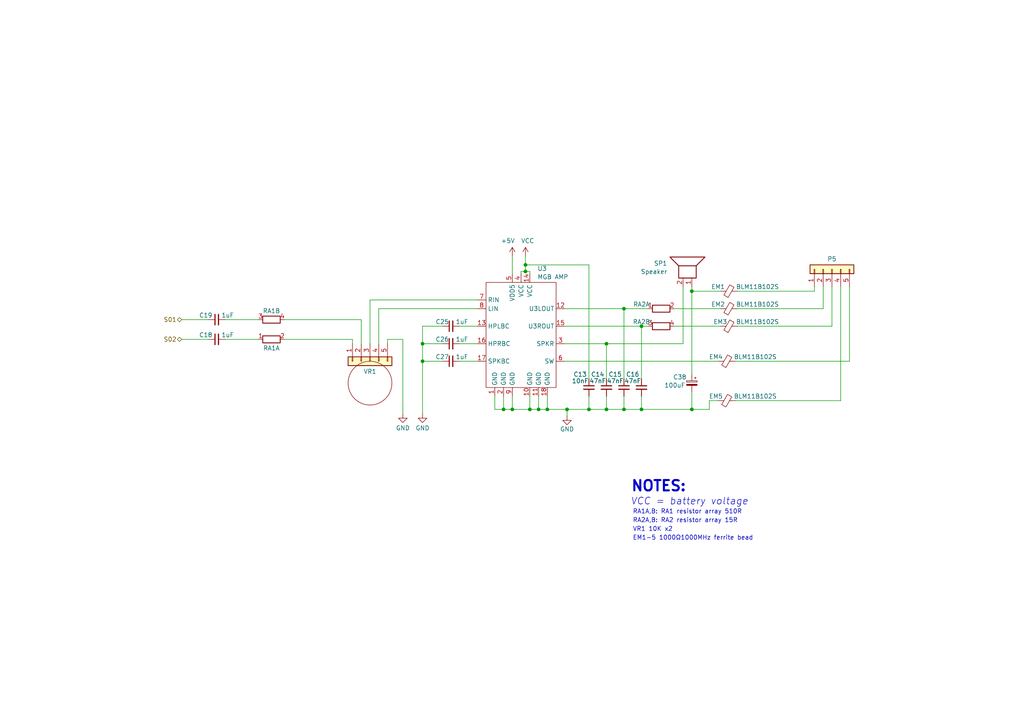
<source format=kicad_sch>
(kicad_sch (version 20230121) (generator eeschema)
  (paper "A4")
  (title_block (title "CGB Reverse Engineer") (company "NatalieTheNerd.com"))
  (lib_symbols
    (symbol "CGB:MGB_AMP"
      (property "Reference" "U" (at 0 -10.16 0))
      (property "Value" "MGB AMP" (at 0 -12.7 0))
      (symbol "MGB_AMP_0_0"
        (pin unspecified line (at -7.62 -35.56 90) (length 2.54) (name "GND") (number "1"))
        (pin unspecified line (at 2.54 -35.56 90) (length 2.54) (name "GND") (number "10"))
        (pin unspecified line (at 5.08 -35.56 90) (length 2.54) (name "GND") (number "11"))
        (pin unspecified line (at 12.7 -10.16 180) (length 2.54) (name "U3LOUT") (number "12"))
        (pin unspecified line (at -12.7 -15.24 0) (length 2.54) (name "HPLBC") (number "13"))
        (pin unspecified line (at 2.54 0 270) (length 2.54) (name "VCC") (number "14"))
        (pin unspecified line (at 12.7 -15.24 180) (length 2.54) (name "U3ROUT") (number "15"))
        (pin unspecified line (at -12.7 -20.32 0) (length 2.54) (name "HPRBC") (number "16"))
        (pin unspecified line (at -12.7 -25.4 0) (length 2.54) (name "SPKBC") (number "17"))
        (pin unspecified line (at 7.62 -35.56 90) (length 2.54) (name "GND") (number "18"))
        (pin unspecified line (at -5.08 -35.56 90) (length 2.54) (name "GND") (number "2"))
        (pin unspecified line (at 12.7 -20.32 180) (length 2.54) (name "SPKR") (number "3"))
        (pin unspecified line (at 0 0 270) (length 2.54) (name "VCC") (number "4"))
        (pin unspecified line (at -2.54 0 270) (length 2.54) (name "VDD5") (number "5"))
        (pin unspecified line (at 12.7 -25.4 180) (length 2.54) (name "SW") (number "6"))
        (pin unspecified line (at -12.7 -7.62 0) (length 2.54) (name "RIN") (number "7"))
        (pin unspecified line (at -12.7 -10.16 0) (length 2.54) (name "LIN") (number "8"))
        (pin unspecified line (at -2.54 -35.56 90) (length 2.54) (name "GND") (number "9"))
      )
      (symbol "MGB_AMP_0_1"
        (rectangle (start -10.16 -2.54) (end 10.16 -33.02))
      )
    )
    (symbol "Conn_01x05_1" (pin_names (offset 1.016) hide)
      (property "Reference" "VR1" (at 2.9901 0 90))
      (symbol "Conn_01x05_1_0_1"
        (circle (center 6.35 0) (radius 6.35))
      )
      (symbol "Conn_01x05_1_1_1"
        (rectangle (start -1.27 -4.953) (end 0 -5.207) (stroke (width 0.1524)))
        (rectangle (start -1.27 -2.413) (end 0 -2.667) (stroke (width 0.1524)))
        (rectangle (start -1.27 0.127) (end 0 -0.127) (stroke (width 0.1524)))
        (rectangle (start -1.27 2.667) (end 0 2.413) (stroke (width 0.1524)))
        (rectangle (start -1.27 5.207) (end 0 4.953) (stroke (width 0.1524)))
        (rectangle (start -1.27 6.35) (end 1.27 -6.35) (stroke (width 0.254)) (fill (type background)))
        (pin passive line (at -5.08 5.08 0) (length 3.81) (name "Pin_1") (number "1"))
        (pin passive line (at -5.08 2.54 0) (length 3.81) (name "Pin_2") (number "2"))
        (pin passive line (at -5.08 0 0) (length 3.81) (name "Pin_3") (number "3"))
        (pin passive line (at -5.08 -2.54 0) (length 3.81) (name "Pin_4") (number "4"))
        (pin passive line (at -5.08 -5.08 0) (length 3.81) (name "Pin_5") (number "5"))
      )
    )
    (symbol "Connector_Generic:Conn_01x05" (pin_names (offset 1.016) hide)
      (property "Reference" "J" (at 0 7.62 0))
      (property "Value" "Conn_01x05" (at 0 -7.62 0))
      (symbol "Conn_01x05_1_1"
        (rectangle (start -1.27 -4.953) (end 0 -5.207) (stroke (width 0.1524)))
        (rectangle (start -1.27 -2.413) (end 0 -2.667) (stroke (width 0.1524)))
        (rectangle (start -1.27 0.127) (end 0 -0.127) (stroke (width 0.1524)))
        (rectangle (start -1.27 2.667) (end 0 2.413) (stroke (width 0.1524)))
        (rectangle (start -1.27 5.207) (end 0 4.953) (stroke (width 0.1524)))
        (rectangle (start -1.27 6.35) (end 1.27 -6.35) (stroke (width 0.254)) (fill (type background)))
        (pin passive line (at -5.08 5.08 0) (length 3.81) (name "Pin_1") (number "1"))
        (pin passive line (at -5.08 2.54 0) (length 3.81) (name "Pin_2") (number "2"))
        (pin passive line (at -5.08 0 0) (length 3.81) (name "Pin_3") (number "3"))
        (pin passive line (at -5.08 -2.54 0) (length 3.81) (name "Pin_4") (number "4"))
        (pin passive line (at -5.08 -5.08 0) (length 3.81) (name "Pin_5") (number "5"))
      )
    )
    (symbol "Device:C_Polarized_Small" (pin_numbers hide) (pin_names (offset 0.254) hide)
      (property "Reference" "C" (at 0.254 1.778 0))
      (property "Value" "C_Polarized_Small" (at 0.254 -2.032 0))
      (symbol "C_Polarized_Small_0_1"
        (rectangle (start -1.524 -0.3048) (end 1.524 -0.6858) (fill (type outline)))
        (rectangle (start -1.524 0.6858) (end 1.524 0.3048))
        (polyline (pts (xy -1.27 1.524) (xy -0.762 1.524)))
        (polyline (pts (xy -1.016 1.27) (xy -1.016 1.778)))
      )
      (symbol "C_Polarized_Small_1_1"
        (pin passive line (at 0 2.54 270) (length 1.8542) (name "~") (number "1"))
        (pin passive line (at 0 -2.54 90) (length 1.8542) (name "~") (number "2"))
      )
    )
    (symbol "Device:C_Small" (pin_numbers hide) (pin_names (offset 0.254) hide)
      (property "Reference" "C" (at 0.254 1.778 0))
      (property "Value" "C_Small" (at 0.254 -2.032 0))
      (symbol "C_Small_0_1"
        (polyline (pts (xy -1.524 -0.508) (xy 1.524 -0.508)) (stroke (width 0.3302)))
        (polyline (pts (xy -1.524 0.508) (xy 1.524 0.508)) (stroke (width 0.3048)))
      )
      (symbol "C_Small_1_1"
        (pin passive line (at 0 2.54 270) (length 2.032) (name "~") (number "1"))
        (pin passive line (at 0 -2.54 90) (length 2.032) (name "~") (number "2"))
      )
    )
    (symbol "Device:FerriteBead_Small" (pin_numbers hide) (pin_names (offset 0))
      (property "Reference" "FB" (at 1.905 1.27 0))
      (property "Value" "FerriteBead_Small" (at 1.905 -1.27 0))
      (symbol "FerriteBead_Small_0_1"
        (polyline (pts (xy 0 -1.27) (xy 0 -0.7874)))
        (polyline (pts (xy 0 0.889) (xy 0 1.2954)))
        (polyline (pts (xy -1.8288 0.2794) (xy -1.1176 1.4986) (xy 1.8288 -0.2032) (xy 1.1176 -1.4224) (xy -1.8288 0.2794)))
      )
      (symbol "FerriteBead_Small_1_1"
        (pin passive line (at 0 2.54 270) (length 1.27) (name "~") (number "1"))
        (pin passive line (at 0 -2.54 90) (length 1.27) (name "~") (number "2"))
      )
    )
    (symbol "Device:R_Pack02_SIP_Split" (pin_names (offset 0) hide)
      (property "Reference" "RN" (at 2.032 0 90))
      (property "Value" "R_Pack02_SIP_Split" (at 0 0 90))
      (symbol "R_Pack02_SIP_Split_0_1"
        (rectangle (start 1.016 2.54) (end -1.016 -2.54) (stroke (width 0.254)))
      )
      (symbol "R_Pack02_SIP_Split_1_1"
        (pin passive line (at 0 -3.81 90) (length 1.27) (name "R1.1") (number "1"))
        (pin passive line (at 0 3.81 270) (length 1.27) (name "R1.2") (number "2"))
      )
      (symbol "R_Pack02_SIP_Split_2_1"
        (pin passive line (at 0 -3.81 90) (length 1.27) (name "R2.1") (number "3"))
        (pin passive line (at 0 3.81 270) (length 1.27) (name "R2.2") (number "4"))
      )
    )
    (symbol "Device:Speaker" (pin_names (offset 0) hide)
      (property "Reference" "LS" (at 1.27 5.715 0))
      (property "Value" "Speaker" (at 1.27 3.81 0))
      (symbol "Speaker_0_0"
        (rectangle (start -2.54 1.27) (end 1.016 -3.81) (stroke (width 0.254)))
        (polyline (pts (xy 1.016 1.27) (xy 3.556 3.81) (xy 3.556 -6.35) (xy 1.016 -3.81)) (stroke (width 0.254)))
      )
      (symbol "Speaker_1_1"
        (pin input line (at -5.08 0 0) (length 2.54) (name "1") (number "1"))
        (pin input line (at -5.08 -2.54 0) (length 2.54) (name "2") (number "2"))
      )
    )
    (symbol "power:+5V" (power) (pin_names (offset 0))
      (property "Value" "+5V" (at 0 3.556 0))
      (symbol "+5V_0_1"
        (polyline (pts (xy -0.762 1.27) (xy 0 2.54)))
        (polyline (pts (xy 0 0) (xy 0 2.54)))
        (polyline (pts (xy 0 2.54) (xy 0.762 1.27)))
      )
      (symbol "+5V_1_1"
        (pin power_in line (at 0 0 90) (length 0) hide (name "+5V") (number "1"))
      )
    )
    (symbol "power:GND" (power) (pin_names (offset 0))
      (property "Value" "GND" (at 0 -3.81 0))
      (symbol "GND_0_1"
        (polyline (pts (xy 0 0) (xy 0 -1.27) (xy 1.27 -1.27) (xy 0 -2.54) (xy -1.27 -1.27) (xy 0 -1.27)))
      )
      (symbol "GND_1_1"
        (pin power_in line (at 0 0 270) (length 0) hide (name "GND") (number "1"))
      )
    )
    (symbol "power:VCC" (power) (pin_names (offset 0))
      (property "Value" "VCC" (at 0 3.81 0))
      (symbol "VCC_0_1"
        (polyline (pts (xy -0.762 1.27) (xy 0 2.54)))
        (polyline (pts (xy 0 0) (xy 0 2.54)))
        (polyline (pts (xy 0 2.54) (xy 0.762 1.27)))
      )
      (symbol "VCC_1_1"
        (pin power_in line (at 0 0 90) (length 0) hide (name "VCC") (number "1"))
      )
    )
  )
  (junction (at 164.465 118.745))
  (junction (at 146.05 118.745))
  (junction (at 200.66 84.455))
  (junction (at 152.4 78.74))
  (junction (at 186.055 94.615))
  (junction (at 122.555 99.695))
  (junction (at 148.59 118.745))
  (junction (at 152.4 76.835))
  (junction (at 175.895 99.695))
  (junction (at 170.815 118.745))
  (junction (at 158.75 118.745))
  (junction (at 200.66 118.745))
  (junction (at 175.895 118.745))
  (junction (at 186.055 118.745))
  (junction (at 122.555 104.775))
  (junction (at 153.67 118.745))
  (junction (at 156.21 118.745))
  (junction (at 180.975 89.535))
  (junction (at 180.975 118.745))
  (wire (pts (xy 65.405 98.425) (xy 74.93 98.425)))
  (wire (pts (xy 122.555 99.695) (xy 128.27 99.695)))
  (wire (pts (xy 195.58 89.535) (xy 208.915 89.535)))
  (wire (pts (xy 109.855 89.535) (xy 109.855 99.695)))
  (wire (pts (xy 107.315 86.995) (xy 107.315 99.695)))
  (wire (pts (xy 180.975 89.535) (xy 187.96 89.535)))
  (wire (pts (xy 200.66 84.455) (xy 208.915 84.455)))
  (wire (pts (xy 198.12 99.695) (xy 198.12 83.185)))
  (wire (pts (xy 180.975 89.535) (xy 180.975 109.855)))
  (wire (pts (xy 146.05 114.935) (xy 146.05 118.745)))
  (wire (pts (xy 148.59 114.935) (xy 148.59 118.745)))
  (wire (pts (xy 163.83 99.695) (xy 175.895 99.695)))
  (wire (pts (xy 243.84 83.185) (xy 243.84 116.205)))
  (wire (pts (xy 102.235 99.695) (xy 102.235 98.425)))
  (wire (pts (xy 122.555 104.775) (xy 122.555 120.015)))
  (wire (pts (xy 133.35 99.695) (xy 138.43 99.695)))
  (wire (pts (xy 122.555 94.615) (xy 122.555 99.695)))
  (wire (pts (xy 205.74 116.205) (xy 208.28 116.205)))
  (wire (pts (xy 133.35 104.775) (xy 138.43 104.775)))
  (wire (pts (xy 65.405 92.71) (xy 74.93 92.71)))
  (wire (pts (xy 52.705 92.71) (xy 60.325 92.71)))
  (wire (pts (xy 122.555 94.615) (xy 128.27 94.615)))
  (wire (pts (xy 112.395 98.425) (xy 112.395 99.695)))
  (wire (pts (xy 148.59 74.295) (xy 148.59 79.375)))
  (wire (pts (xy 152.4 76.835) (xy 152.4 78.74)))
  (wire (pts (xy 195.58 94.615) (xy 208.915 94.615)))
  (wire (pts (xy 104.775 92.71) (xy 104.775 99.695)))
  (wire (pts (xy 164.465 118.745) (xy 170.815 118.745)))
  (wire (pts (xy 116.84 98.425) (xy 112.395 98.425)))
  (wire (pts (xy 152.4 78.74) (xy 151.13 78.74)))
  (wire (pts (xy 116.84 120.015) (xy 116.84 98.425)))
  (wire (pts (xy 246.38 104.775) (xy 246.38 83.185)))
  (wire (pts (xy 122.555 104.775) (xy 128.27 104.775)))
  (wire (pts (xy 241.3 83.185) (xy 241.3 94.615)))
  (wire (pts (xy 138.43 89.535) (xy 109.855 89.535)))
  (wire (pts (xy 122.555 99.695) (xy 122.555 104.775)))
  (wire (pts (xy 82.55 98.425) (xy 102.235 98.425)))
  (wire (pts (xy 236.22 83.185) (xy 236.22 84.455)))
  (wire (pts (xy 213.36 116.205) (xy 243.84 116.205)))
  (wire (pts (xy 200.66 118.745) (xy 205.74 118.745)))
  (wire (pts (xy 152.4 78.74) (xy 153.67 78.74)))
  (wire (pts (xy 180.975 114.935) (xy 180.975 118.745)))
  (wire (pts (xy 186.055 118.745) (xy 200.66 118.745)))
  (wire (pts (xy 163.83 89.535) (xy 180.975 89.535)))
  (wire (pts (xy 180.975 118.745) (xy 186.055 118.745)))
  (wire (pts (xy 107.315 86.995) (xy 138.43 86.995)))
  (wire (pts (xy 205.74 118.745) (xy 205.74 116.205)))
  (wire (pts (xy 164.465 120.65) (xy 164.465 118.745)))
  (wire (pts (xy 143.51 118.745) (xy 146.05 118.745)))
  (wire (pts (xy 156.21 118.745) (xy 158.75 118.745)))
  (wire (pts (xy 175.895 118.745) (xy 180.975 118.745)))
  (wire (pts (xy 163.83 94.615) (xy 186.055 94.615)))
  (wire (pts (xy 52.705 98.425) (xy 60.325 98.425)))
  (wire (pts (xy 152.4 74.295) (xy 152.4 76.835)))
  (wire (pts (xy 213.36 104.775) (xy 246.38 104.775)))
  (wire (pts (xy 82.55 92.71) (xy 104.775 92.71)))
  (wire (pts (xy 213.995 94.615) (xy 241.3 94.615)))
  (wire (pts (xy 186.055 114.935) (xy 186.055 118.745)))
  (wire (pts (xy 153.67 118.745) (xy 156.21 118.745)))
  (wire (pts (xy 163.83 104.775) (xy 208.28 104.775)))
  (wire (pts (xy 175.895 99.695) (xy 198.12 99.695)))
  (wire (pts (xy 213.995 84.455) (xy 236.22 84.455)))
  (wire (pts (xy 143.51 114.935) (xy 143.51 118.745)))
  (wire (pts (xy 175.895 114.935) (xy 175.895 118.745)))
  (wire (pts (xy 175.895 99.695) (xy 175.895 109.855)))
  (wire (pts (xy 213.995 89.535) (xy 238.76 89.535)))
  (wire (pts (xy 156.21 114.935) (xy 156.21 118.745)))
  (wire (pts (xy 146.05 118.745) (xy 148.59 118.745)))
  (wire (pts (xy 170.815 76.835) (xy 152.4 76.835)))
  (wire (pts (xy 200.66 113.665) (xy 200.66 118.745)))
  (wire (pts (xy 200.66 83.185) (xy 200.66 84.455)))
  (wire (pts (xy 186.055 94.615) (xy 187.96 94.615)))
  (wire (pts (xy 238.76 83.185) (xy 238.76 89.535)))
  (wire (pts (xy 153.67 78.74) (xy 153.67 79.375)))
  (wire (pts (xy 170.815 109.855) (xy 170.815 76.835)))
  (wire (pts (xy 170.815 114.935) (xy 170.815 118.745)))
  (wire (pts (xy 151.13 78.74) (xy 151.13 79.375)))
  (wire (pts (xy 200.66 84.455) (xy 200.66 108.585)))
  (wire (pts (xy 153.67 114.935) (xy 153.67 118.745)))
  (wire (pts (xy 186.055 109.855) (xy 186.055 94.615)))
  (wire (pts (xy 158.75 118.745) (xy 158.75 114.935)))
  (wire (pts (xy 158.75 118.745) (xy 164.465 118.745)))
  (wire (pts (xy 148.59 118.745) (xy 153.67 118.745)))
  (wire (pts (xy 133.35 94.615) (xy 138.43 94.615)))
  (wire (pts (xy 170.815 118.745) (xy 175.895 118.745)))
  (text "EM1-5 1000Ω1000MHz ferrite bead" (at 183.515 156.845 0) (effects (font (size 1.27 1.27)) (justify left bottom)))
  (text "RA1A,B: RA1 resistor array 510R" (at 183.515 149.225 0) (effects (font (size 1.27 1.27)) (justify left bottom)))
  (text "VR1 10K x2 " (at 183.515 154.305 0) (effects (font (size 1.27 1.27)) (justify left bottom)))
  (text "VCC = battery voltage" (at 182.88 146.685 0) (effects (font (size 2 2) italic) (justify left bottom)))
  (text "NOTES:" (at 182.88 142.875 0) (effects (font (size 3 3) (thickness 0.6) bold) (justify left bottom)))
  (text "RA2A,B: RA2 resistor array 15R" (at 183.515 151.765 0) (effects (font (size 1.27 1.27)) (justify left bottom)))
  (hierarchical_label "S02" (shape bidirectional) (at 52.705 98.425 180))
  (hierarchical_label "S01" (shape bidirectional) (at 52.705 92.71 180))
  (symbol (lib_id "Device:C_Small") (at 180.975 112.395 0) (unit 1)
    (property "Reference" "C15" (at 178.435 108.585 0))
    (property "Value" "47nF" (at 178.435 110.49 0))
    (property "Footprint" "Capacitor_SMD:C_0603_1608Metric" (effects hide))
  )
  (symbol (lib_id "power:+5V") (at 148.59 74.295 0) (unit 1)
    (property "Reference" "#PWR03" (effects hide))
    (property "Value" "+5V" (at 147.32 69.85 0))
    (instances (project "gbc" (path "" (reference "#PWR03") (unit 1)) (path "" (reference "#PWR010") (unit 1))))
  )
  (symbol (lib_id "Device:R_Pack02_SIP_Split") (at 191.77 94.615 270) (unit 2)
    (property "Reference" "RA2" (at 186.055 93.345 90))
    (property "Value" "R_Pack02_SIP_Split" (effects hide))
    (property "Footprint" "Resistor_SMD:R_Array_Concave_2x0603" (effects hide))
    (property "Datasheet" "http://www.vishay.com/docs/31509/csc.pdf" (effects hide))
  )
  (symbol (lib_id "Device:C_Small") (at 175.895 112.395 0) (unit 1)
    (property "Reference" "C14" (at 173.355 108.585 0))
    (property "Value" "47nF" (at 173.355 110.49 0))
    (property "Footprint" "Capacitor_SMD:C_0603_1608Metric" (effects hide))
  )
  (symbol (lib_id "CGB:MGB_AMP") (at 151.13 79.375 0) (unit 1)
    (property "Reference" "U3" (at 155.8641 77.8977 0) (effects (justify left)))
    (property "Value" "MGB AMP" (at 155.8641 80.3219 0) (effects (justify left)))
    (property "Footprint" "CGB:Amp MGB" (effects hide))
  )
  (symbol (lib_id "Device:C_Small") (at 62.865 98.425 90) (unit 1)
    (property "Reference" "C18" (at 59.69 97.155 90))
    (property "Value" "1uF" (at 66.04 97.155 90))
    (property "Footprint" "Capacitor_SMD:C_0603_1608Metric" (effects hide))
  )
  (symbol (lib_id "Device:C_Small") (at 130.81 99.695 90) (unit 1)
    (property "Reference" "C26" (at 128.27 98.425 90))
    (property "Value" "1uF" (at 133.985 98.425 90))
    (property "Footprint" "Capacitor_SMD:C_0603_1608Metric" (effects hide))
  )
  (symbol (lib_id "Device:FerriteBead_Small") (at 211.455 84.455 90) (unit 1)
    (property "Reference" "EM1" (at 208.28 83.185 90))
    (property "Value" "BLM11B102S" (at 219.71 83.185 90))
    (property "Footprint" "Resistor_SMD:R_0603_1608Metric" (effects hide))
  )
  (symbol (lib_id "power:GND") (at 164.465 120.65 0) (unit 1)
    (property "Reference" "#PWR013" (effects hide))
    (property "Value" "GND" (at 164.465 124.46 0))
  )
  (symbol (lib_id "Device:R_Pack02_SIP_Split") (at 78.74 92.71 270) (unit 2)
    (property "Reference" "RA1" (at 78.74 90.17 90))
    (property "Value" "R_Pack02_SIP_Split" (effects hide))
    (property "Footprint" "Resistor_SMD:R_Array_Concave_2x0603" (effects hide))
    (property "Datasheet" "http://www.vishay.com/docs/31509/csc.pdf" (effects hide))
  )
  (symbol (lib_id "Device:FerriteBead_Small") (at 210.82 116.205 90) (unit 1)
    (property "Reference" "EM5" (at 207.645 114.935 90))
    (property "Value" "BLM11B102S" (at 219.075 114.935 90))
    (property "Footprint" "Resistor_SMD:R_0603_1608Metric" (effects hide))
  )
  (symbol (lib_id "Device:C_Small") (at 62.865 92.71 90) (unit 1)
    (property "Reference" "C19" (at 59.69 91.44 90))
    (property "Value" "1uF" (at 66.04 91.44 90))
    (property "Footprint" "Capacitor_SMD:C_0603_1608Metric" (effects hide))
  )
  (symbol (lib_name "Conn_01x05_1") (lib_id "Connector_Generic:Conn_01x05") (at 107.315 104.775 90) (mirror x) (unit 1)
    (property "Reference" "VR1" (at 107.315 107.7651 90))
    (property "Value" "Conn_01x05" (effects hide))
    (property "Footprint" "CGB:Volume wheel CGB" (effects hide))
  )
  (symbol (lib_id "power:GND") (at 122.555 120.015 0) (unit 1)
    (property "Reference" "#PWR09" (effects hide))
    (property "Value" "GND" (at 122.555 124.1481 0))
  )
  (symbol (lib_id "Device:FerriteBead_Small") (at 211.455 89.535 90) (unit 1)
    (property "Reference" "EM2" (at 208.28 88.265 90))
    (property "Value" "BLM11B102S" (at 219.71 88.265 90))
    (property "Footprint" "Resistor_SMD:R_0603_1608Metric" (effects hide))
  )
  (symbol (lib_id "Device:FerriteBead_Small") (at 211.455 94.615 90) (unit 1)
    (property "Reference" "EM3" (at 208.915 93.345 90))
    (property "Value" "BLM11B102S" (at 219.71 93.345 90))
    (property "Footprint" "Resistor_SMD:R_0603_1608Metric" (effects hide))
  )
  (symbol (lib_id "Device:C_Small") (at 170.815 112.395 0) (unit 1)
    (property "Reference" "C13" (at 168.275 108.585 0))
    (property "Value" "10nF" (at 168.275 110.49 0))
    (property "Footprint" "Capacitor_SMD:C_0603_1608Metric" (effects hide))
  )
  (symbol (lib_id "Connector_Generic:Conn_01x05") (at 241.3 78.105 90) (unit 1)
    (property "Reference" "P5" (at 241.3 75.1149 90))
    (property "Value" "Conn_01x05" (effects hide))
    (property "Footprint" "POCO:HPjack" (effects hide))
  )
  (symbol (lib_id "Device:R_Pack02_SIP_Split") (at 191.77 89.535 270) (unit 1)
    (property "Reference" "RA2" (at 186.055 88.265 90))
    (property "Value" "R_Pack02_SIP_Split" (effects hide))
    (property "Footprint" "Resistor_SMD:R_Array_Concave_2x0603" (effects hide))
    (property "Datasheet" "http://www.vishay.com/docs/31509/csc.pdf" (effects hide))
  )
  (symbol (lib_id "Device:C_Small") (at 186.055 112.395 0) (mirror y) (unit 1)
    (property "Reference" "C16" (at 183.515 108.585 0))
    (property "Value" "47nF" (at 183.515 110.49 0))
    (property "Footprint" "Capacitor_SMD:C_0603_1608Metric" (effects hide))
  )
  (symbol (lib_id "Device:C_Polarized_Small") (at 200.66 111.125 0) (mirror y) (unit 1)
    (property "Reference" "C38" (at 199.136 109.3668 0) (effects (justify left)))
    (property "Value" "100uF" (at 198.755 111.76 0) (effects (justify left)))
    (property "Footprint" "Capacitor_SMD:CP_Elec_5x5.3" (effects hide))
  )
  (symbol (lib_id "Device:R_Pack02_SIP_Split") (at 78.74 98.425 270) (unit 1)
    (property "Reference" "RA1" (at 78.74 100.965 90))
    (property "Value" "R_Pack02_SIP_Split" (effects hide))
    (property "Footprint" "Resistor_SMD:R_Array_Concave_2x0603" (effects hide))
    (property "Datasheet" "http://www.vishay.com/docs/31509/csc.pdf" (effects hide))
  )
  (symbol (lib_id "Device:Speaker") (at 200.66 78.105 270) (mirror x) (unit 1)
    (property "Reference" "SP1" (at 193.548 76.3849 90) (effects (justify right)))
    (property "Value" "Speaker" (at 193.548 78.8091 90) (effects (justify right)))
    (property "Footprint" "TestPoint:TestPoint_2Pads_Pitch2.54mm_Drill0.8mm" (effects hide))
  )
  (symbol (lib_id "Device:FerriteBead_Small") (at 210.82 104.775 90) (unit 1)
    (property "Reference" "EM4" (at 207.645 103.505 90))
    (property "Value" "BLM11B102S" (at 219.075 103.505 90))
    (property "Footprint" "Resistor_SMD:R_0603_1608Metric" (effects hide))
  )
  (symbol (lib_id "Device:C_Small") (at 130.81 104.775 90) (unit 1)
    (property "Reference" "C27" (at 128.27 103.505 90))
    (property "Value" "1uF" (at 133.985 103.505 90))
    (property "Footprint" "Capacitor_SMD:C_0603_1608Metric" (effects hide))
  )
  (symbol (lib_id "power:VCC") (at 152.4 74.295 0) (unit 1)
    (property "Reference" "#PWR011" (effects hide))
    (property "Value" "VCC" (at 153.035 69.85 0))
  )
  (symbol (lib_id "power:GND") (at 116.84 120.015 0) (unit 1)
    (property "Reference" "#PWR07" (effects hide))
    (property "Value" "GND" (at 116.84 124.1481 0))
  )
  (symbol (lib_id "Device:C_Small") (at 130.81 94.615 90) (unit 1)
    (property "Reference" "C25" (at 128.27 93.345 90))
    (property "Value" "1uF" (at 133.985 93.345 90))
    (property "Footprint" "Capacitor_SMD:C_0603_1608Metric" (effects hide))
  )
)
</source>
